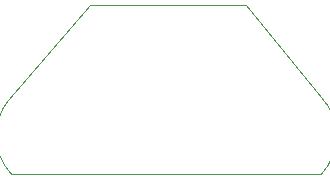
<source format=gbr>
%TF.GenerationSoftware,KiCad,Pcbnew,(6.0.11)*%
%TF.CreationDate,2023-01-29T21:23:29-06:00*%
%TF.ProjectId,Tap_Photosensor_PCB,5461705f-5068-46f7-946f-73656e736f72,rev?*%
%TF.SameCoordinates,Original*%
%TF.FileFunction,Profile,NP*%
%FSLAX46Y46*%
G04 Gerber Fmt 4.6, Leading zero omitted, Abs format (unit mm)*
G04 Created by KiCad (PCBNEW (6.0.11)) date 2023-01-29 21:23:29*
%MOMM*%
%LPD*%
G01*
G04 APERTURE LIST*
%TA.AperFunction,Profile*%
%ADD10C,0.100000*%
%TD*%
G04 APERTURE END LIST*
D10*
X99250000Y-68750000D02*
X125500000Y-68750000D01*
X105875000Y-54425000D02*
X119075000Y-54425000D01*
X125500000Y-68750000D02*
G75*
G03*
X125500000Y-62250000I-3500000J3250000D01*
G01*
X98999998Y-62499998D02*
G75*
G03*
X99250000Y-68750000I3726192J-2980952D01*
G01*
X105875000Y-54425000D02*
X99000000Y-62500000D01*
X119075000Y-54425000D02*
X125500000Y-62250000D01*
M02*

</source>
